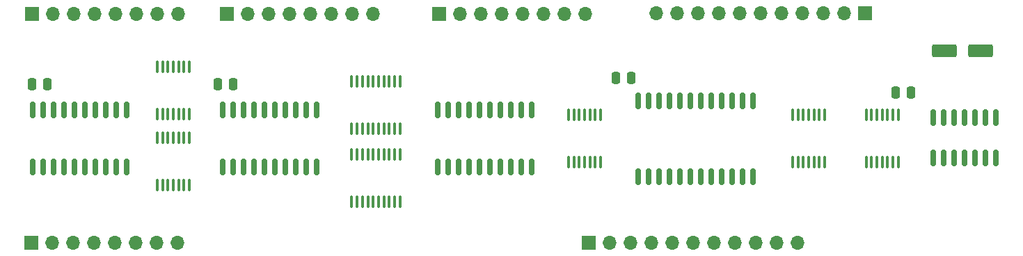
<source format=gbr>
%TF.GenerationSoftware,KiCad,Pcbnew,(6.0.0-0)*%
%TF.CreationDate,2022-01-19T10:51:19-05:00*%
%TF.ProjectId,Control_and_Output,436f6e74-726f-46c5-9f61-6e645f4f7574,rev?*%
%TF.SameCoordinates,Original*%
%TF.FileFunction,Soldermask,Top*%
%TF.FilePolarity,Negative*%
%FSLAX46Y46*%
G04 Gerber Fmt 4.6, Leading zero omitted, Abs format (unit mm)*
G04 Created by KiCad (PCBNEW (6.0.0-0)) date 2022-01-19 10:51:19*
%MOMM*%
%LPD*%
G01*
G04 APERTURE LIST*
G04 Aperture macros list*
%AMRoundRect*
0 Rectangle with rounded corners*
0 $1 Rounding radius*
0 $2 $3 $4 $5 $6 $7 $8 $9 X,Y pos of 4 corners*
0 Add a 4 corners polygon primitive as box body*
4,1,4,$2,$3,$4,$5,$6,$7,$8,$9,$2,$3,0*
0 Add four circle primitives for the rounded corners*
1,1,$1+$1,$2,$3*
1,1,$1+$1,$4,$5*
1,1,$1+$1,$6,$7*
1,1,$1+$1,$8,$9*
0 Add four rect primitives between the rounded corners*
20,1,$1+$1,$2,$3,$4,$5,0*
20,1,$1+$1,$4,$5,$6,$7,0*
20,1,$1+$1,$6,$7,$8,$9,0*
20,1,$1+$1,$8,$9,$2,$3,0*%
G04 Aperture macros list end*
%ADD10RoundRect,0.250000X1.250000X0.550000X-1.250000X0.550000X-1.250000X-0.550000X1.250000X-0.550000X0*%
%ADD11RoundRect,0.100000X0.100000X-0.637500X0.100000X0.637500X-0.100000X0.637500X-0.100000X-0.637500X0*%
%ADD12RoundRect,0.150000X0.150000X-0.837500X0.150000X0.837500X-0.150000X0.837500X-0.150000X-0.837500X0*%
%ADD13RoundRect,0.150000X0.150000X-0.825000X0.150000X0.825000X-0.150000X0.825000X-0.150000X-0.825000X0*%
%ADD14RoundRect,0.150000X0.150000X-0.875000X0.150000X0.875000X-0.150000X0.875000X-0.150000X-0.875000X0*%
%ADD15RoundRect,0.250000X0.250000X0.475000X-0.250000X0.475000X-0.250000X-0.475000X0.250000X-0.475000X0*%
%ADD16R,1.700000X1.700000*%
%ADD17O,1.700000X1.700000*%
G04 APERTURE END LIST*
D10*
%TO.C,C5*%
X211750000Y-94488000D03*
X207350000Y-94488000D03*
%TD*%
D11*
%TO.C,U7*%
X197836000Y-108018500D03*
X198486000Y-108018500D03*
X199136000Y-108018500D03*
X199786000Y-108018500D03*
X200436000Y-108018500D03*
X201086000Y-108018500D03*
X201736000Y-108018500D03*
X201736000Y-102293500D03*
X201086000Y-102293500D03*
X200436000Y-102293500D03*
X199786000Y-102293500D03*
X199136000Y-102293500D03*
X198486000Y-102293500D03*
X197836000Y-102293500D03*
%TD*%
D12*
%TO.C,U2*%
X96393000Y-108618500D03*
X97663000Y-108618500D03*
X98933000Y-108618500D03*
X100203000Y-108618500D03*
X101473000Y-108618500D03*
X102743000Y-108618500D03*
X104013000Y-108618500D03*
X105283000Y-108618500D03*
X106553000Y-108618500D03*
X107823000Y-108618500D03*
X107823000Y-101693500D03*
X106553000Y-101693500D03*
X105283000Y-101693500D03*
X104013000Y-101693500D03*
X102743000Y-101693500D03*
X101473000Y-101693500D03*
X100203000Y-101693500D03*
X98933000Y-101693500D03*
X97663000Y-101693500D03*
X96393000Y-101693500D03*
%TD*%
D13*
%TO.C,U10*%
X206026000Y-107567000D03*
X207296000Y-107567000D03*
X208566000Y-107567000D03*
X209836000Y-107567000D03*
X211106000Y-107567000D03*
X212376000Y-107567000D03*
X213646000Y-107567000D03*
X213646000Y-102617000D03*
X212376000Y-102617000D03*
X211106000Y-102617000D03*
X209836000Y-102617000D03*
X208566000Y-102617000D03*
X207296000Y-102617000D03*
X206026000Y-102617000D03*
%TD*%
D11*
%TO.C,U9*%
X188896000Y-108028500D03*
X189546000Y-108028500D03*
X190196000Y-108028500D03*
X190846000Y-108028500D03*
X191496000Y-108028500D03*
X192146000Y-108028500D03*
X192796000Y-108028500D03*
X192796000Y-102303500D03*
X192146000Y-102303500D03*
X191496000Y-102303500D03*
X190846000Y-102303500D03*
X190196000Y-102303500D03*
X189546000Y-102303500D03*
X188896000Y-102303500D03*
%TD*%
D12*
%TO.C,U4*%
X119573000Y-108618500D03*
X120843000Y-108618500D03*
X122113000Y-108618500D03*
X123383000Y-108618500D03*
X124653000Y-108618500D03*
X125923000Y-108618500D03*
X127193000Y-108618500D03*
X128463000Y-108618500D03*
X129733000Y-108618500D03*
X131003000Y-108618500D03*
X131003000Y-101693500D03*
X129733000Y-101693500D03*
X128463000Y-101693500D03*
X127193000Y-101693500D03*
X125923000Y-101693500D03*
X124653000Y-101693500D03*
X123383000Y-101693500D03*
X122113000Y-101693500D03*
X120843000Y-101693500D03*
X119573000Y-101693500D03*
%TD*%
D11*
%TO.C,U11*%
X135251000Y-112844500D03*
X135901000Y-112844500D03*
X136551000Y-112844500D03*
X137201000Y-112844500D03*
X137851000Y-112844500D03*
X138501000Y-112844500D03*
X139151000Y-112844500D03*
X139801000Y-112844500D03*
X140451000Y-112844500D03*
X141101000Y-112844500D03*
X141101000Y-107119500D03*
X140451000Y-107119500D03*
X139801000Y-107119500D03*
X139151000Y-107119500D03*
X138501000Y-107119500D03*
X137851000Y-107119500D03*
X137201000Y-107119500D03*
X136551000Y-107119500D03*
X135901000Y-107119500D03*
X135251000Y-107119500D03*
%TD*%
%TO.C,U8*%
X161626000Y-108018500D03*
X162276000Y-108018500D03*
X162926000Y-108018500D03*
X163576000Y-108018500D03*
X164226000Y-108018500D03*
X164876000Y-108018500D03*
X165526000Y-108018500D03*
X165526000Y-102293500D03*
X164876000Y-102293500D03*
X164226000Y-102293500D03*
X163576000Y-102293500D03*
X162926000Y-102293500D03*
X162276000Y-102293500D03*
X161626000Y-102293500D03*
%TD*%
%TO.C,U12*%
X111588000Y-110812500D03*
X112238000Y-110812500D03*
X112888000Y-110812500D03*
X113538000Y-110812500D03*
X114188000Y-110812500D03*
X114838000Y-110812500D03*
X115488000Y-110812500D03*
X115488000Y-105087500D03*
X114838000Y-105087500D03*
X114188000Y-105087500D03*
X113538000Y-105087500D03*
X112888000Y-105087500D03*
X112238000Y-105087500D03*
X111588000Y-105087500D03*
%TD*%
D14*
%TO.C,U3*%
X170091000Y-109846000D03*
X171361000Y-109846000D03*
X172631000Y-109846000D03*
X173901000Y-109846000D03*
X175171000Y-109846000D03*
X176441000Y-109846000D03*
X177711000Y-109846000D03*
X178981000Y-109846000D03*
X180251000Y-109846000D03*
X181521000Y-109846000D03*
X182791000Y-109846000D03*
X184061000Y-109846000D03*
X184061000Y-100546000D03*
X182791000Y-100546000D03*
X181521000Y-100546000D03*
X180251000Y-100546000D03*
X178981000Y-100546000D03*
X177711000Y-100546000D03*
X176441000Y-100546000D03*
X175171000Y-100546000D03*
X173901000Y-100546000D03*
X172631000Y-100546000D03*
X171361000Y-100546000D03*
X170091000Y-100546000D03*
%TD*%
D15*
%TO.C,C4*%
X169250000Y-97800000D03*
X167350000Y-97800000D03*
%TD*%
%TO.C,C1*%
X98232000Y-98552000D03*
X96332000Y-98552000D03*
%TD*%
%TO.C,C3*%
X203322000Y-99568000D03*
X201422000Y-99568000D03*
%TD*%
D11*
%TO.C,U1*%
X111588000Y-102176500D03*
X112238000Y-102176500D03*
X112888000Y-102176500D03*
X113538000Y-102176500D03*
X114188000Y-102176500D03*
X114838000Y-102176500D03*
X115488000Y-102176500D03*
X115488000Y-96451500D03*
X114838000Y-96451500D03*
X114188000Y-96451500D03*
X113538000Y-96451500D03*
X112888000Y-96451500D03*
X112238000Y-96451500D03*
X111588000Y-96451500D03*
%TD*%
%TO.C,U5*%
X135251000Y-103954500D03*
X135901000Y-103954500D03*
X136551000Y-103954500D03*
X137201000Y-103954500D03*
X137851000Y-103954500D03*
X138501000Y-103954500D03*
X139151000Y-103954500D03*
X139801000Y-103954500D03*
X140451000Y-103954500D03*
X141101000Y-103954500D03*
X141101000Y-98229500D03*
X140451000Y-98229500D03*
X139801000Y-98229500D03*
X139151000Y-98229500D03*
X138501000Y-98229500D03*
X137851000Y-98229500D03*
X137201000Y-98229500D03*
X136551000Y-98229500D03*
X135901000Y-98229500D03*
X135251000Y-98229500D03*
%TD*%
D12*
%TO.C,U6*%
X145669000Y-108618500D03*
X146939000Y-108618500D03*
X148209000Y-108618500D03*
X149479000Y-108618500D03*
X150749000Y-108618500D03*
X152019000Y-108618500D03*
X153289000Y-108618500D03*
X154559000Y-108618500D03*
X155829000Y-108618500D03*
X157099000Y-108618500D03*
X157099000Y-101693500D03*
X155829000Y-101693500D03*
X154559000Y-101693500D03*
X153289000Y-101693500D03*
X152019000Y-101693500D03*
X150749000Y-101693500D03*
X149479000Y-101693500D03*
X148209000Y-101693500D03*
X146939000Y-101693500D03*
X145669000Y-101693500D03*
%TD*%
D15*
%TO.C,C2*%
X120838000Y-98552000D03*
X118938000Y-98552000D03*
%TD*%
D16*
%TO.C,J3*%
X164084000Y-117850000D03*
D17*
X166624000Y-117850000D03*
X169164000Y-117850000D03*
X171704000Y-117850000D03*
X174244000Y-117850000D03*
X176784000Y-117850000D03*
X179324000Y-117850000D03*
X181864000Y-117850000D03*
X184404000Y-117850000D03*
X186944000Y-117850000D03*
X189484000Y-117850000D03*
%TD*%
D16*
%TO.C,J5*%
X197690000Y-89925000D03*
D17*
X195150000Y-89925000D03*
X192610000Y-89925000D03*
X190070000Y-89925000D03*
X187530000Y-89925000D03*
X184990000Y-89925000D03*
X182450000Y-89925000D03*
X179910000Y-89925000D03*
X177370000Y-89925000D03*
X174830000Y-89925000D03*
X172290000Y-89925000D03*
%TD*%
D16*
%TO.C,J1*%
X96355000Y-90000000D03*
D17*
X98895000Y-90000000D03*
X101435000Y-90000000D03*
X103975000Y-90000000D03*
X106515000Y-90000000D03*
X109055000Y-90000000D03*
X111595000Y-90000000D03*
X114135000Y-90000000D03*
%TD*%
D16*
%TO.C,J4*%
X145855000Y-89980000D03*
D17*
X148395000Y-89980000D03*
X150935000Y-89980000D03*
X153475000Y-89980000D03*
X156015000Y-89980000D03*
X158555000Y-89980000D03*
X161095000Y-89980000D03*
X163635000Y-89980000D03*
%TD*%
D16*
%TO.C,J2*%
X120075000Y-90000000D03*
D17*
X122615000Y-90000000D03*
X125155000Y-90000000D03*
X127695000Y-90000000D03*
X130235000Y-90000000D03*
X132775000Y-90000000D03*
X135315000Y-90000000D03*
X137855000Y-90000000D03*
%TD*%
D16*
%TO.C,J6*%
X96266000Y-117875000D03*
D17*
X98806000Y-117875000D03*
X101346000Y-117875000D03*
X103886000Y-117875000D03*
X106426000Y-117875000D03*
X108966000Y-117875000D03*
X111506000Y-117875000D03*
X114046000Y-117875000D03*
%TD*%
M02*

</source>
